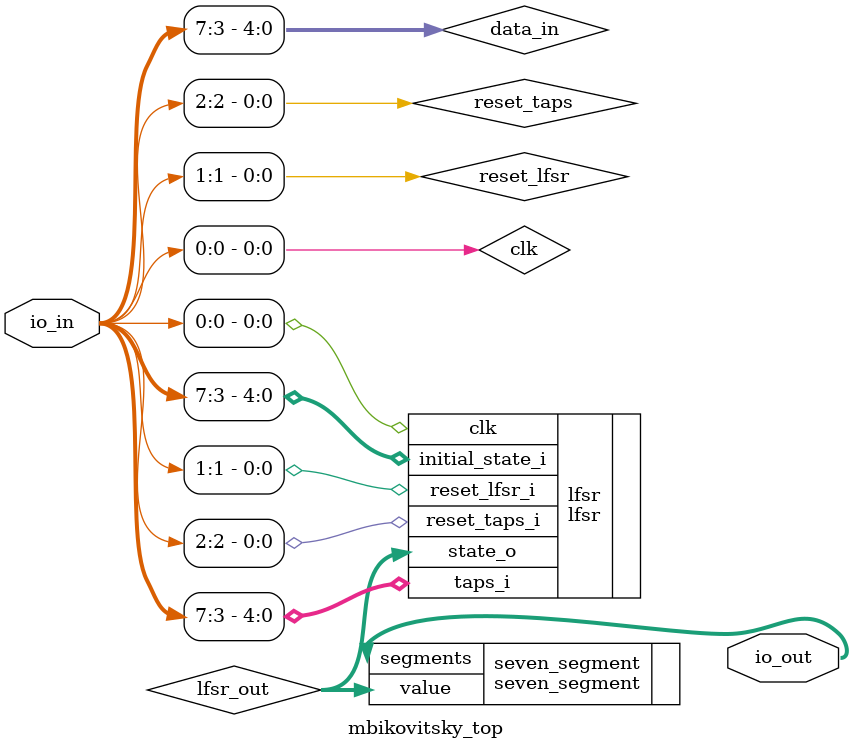
<source format=v>
module mbikovitsky_top #(
    parameter CLOCK_HZ = 1000
) (
    input [7:0] io_in,
    output [7:0] io_out
);

    localparam LFSR_BITS = 5;

    wire clk = io_in[0];
    wire reset_lfsr = io_in[1];
    wire reset_taps = io_in[2];
    wire [LFSR_BITS-1:0] data_in = io_in[3+LFSR_BITS-1:3];

    seven_segment seven_segment (
        .value(lfsr_out),
        .segments(io_out)
    );

    wire [LFSR_BITS-1:0] lfsr_out;

    lfsr #(.BITS(LFSR_BITS), .TICKS(CLOCK_HZ)) lfsr(
        .clk(clk),

        .reset_lfsr_i(reset_lfsr),
        .initial_state_i(data_in),

        .reset_taps_i(reset_taps),
        .taps_i(data_in),

        .state_o(lfsr_out)
    );

endmodule

</source>
